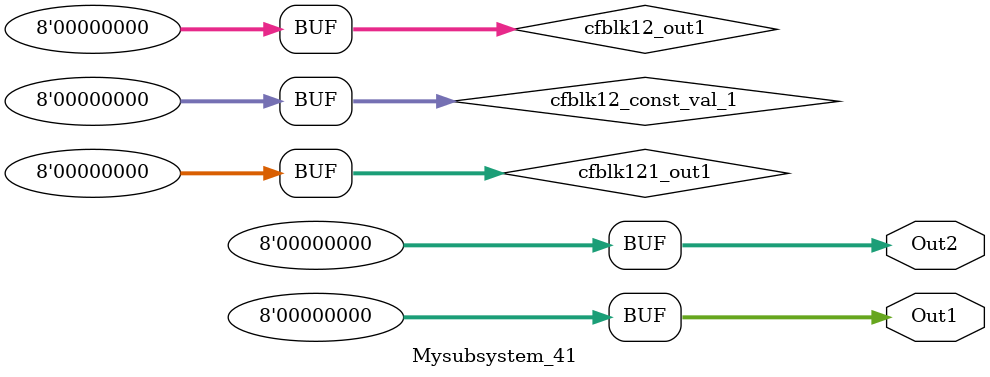
<source format=v>



`timescale 1 ns / 1 ns

module Mysubsystem_41
          (Out1,
           Out2);


  output  [7:0] Out1;  // uint8
  output  [7:0] Out2;  // uint8


  wire [7:0] cfblk121_out1;  // uint8
  wire [7:0] cfblk12_const_val_1;  // uint8
  wire [7:0] cfblk12_out1;  // uint8


  assign cfblk121_out1 = 8'b00000000;



  assign cfblk12_const_val_1 = 8'b00000000;



  assign cfblk12_out1 = cfblk121_out1 + cfblk12_const_val_1;



  assign Out1 = cfblk12_out1;

  assign Out2 = cfblk121_out1;

endmodule  // Mysubsystem_41


</source>
